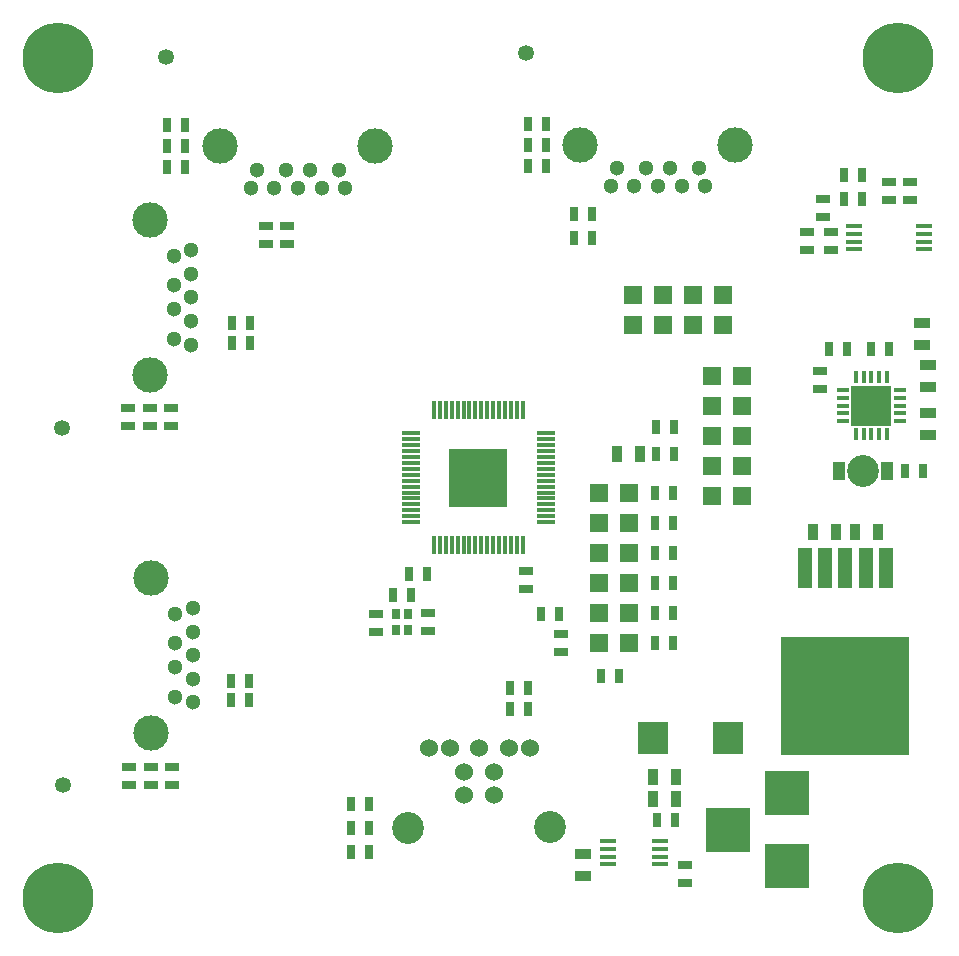
<source format=gbr>
G04 #@! TF.GenerationSoftware,KiCad,Pcbnew,(2017-08-08 revision 53204e097)-makepkg*
G04 #@! TF.CreationDate,2017-08-23T13:37:33+02:00*
G04 #@! TF.ProjectId,usbhub01a,7573626875623031612E6B696361645F,rev?*
G04 #@! TF.SameCoordinates,Original*
G04 #@! TF.FileFunction,Soldermask,Bot*
G04 #@! TF.FilePolarity,Negative*
%FSLAX46Y46*%
G04 Gerber Fmt 4.6, Leading zero omitted, Abs format (unit mm)*
G04 Created by KiCad (PCBNEW (2017-08-08 revision 53204e097)-makepkg) date 08/23/17 13:37:33*
%MOMM*%
%LPD*%
G01*
G04 APERTURE LIST*
%ADD10C,2.700000*%
%ADD11R,1.050000X1.500000*%
%ADD12R,3.810000X3.810000*%
%ADD13R,0.750000X0.850000*%
%ADD14R,5.000000X5.000000*%
%ADD15R,1.500000X0.300000*%
%ADD16R,0.300000X1.500000*%
%ADD17C,1.524000*%
%ADD18C,2.700020*%
%ADD19R,1.397000X0.889000*%
%ADD20R,0.889000X1.397000*%
%ADD21C,1.350000*%
%ADD22R,1.524000X1.524000*%
%ADD23C,6.000000*%
%ADD24R,1.143000X3.400000*%
%ADD25R,10.800080X9.999980*%
%ADD26R,1.450000X0.450000*%
%ADD27R,1.000000X0.400000*%
%ADD28R,0.400000X1.000000*%
%ADD29R,1.675000X1.675000*%
%ADD30C,1.300000*%
%ADD31C,2.999740*%
%ADD32R,1.143000X0.635000*%
%ADD33R,0.635000X1.143000*%
%ADD34R,2.550160X2.700020*%
G04 APERTURE END LIST*
D10*
X179882800Y-100990400D03*
D11*
X177882800Y-100990400D03*
X181882800Y-100990400D03*
D12*
X173431200Y-134495400D03*
X173431200Y-128295400D03*
X168431200Y-131395400D03*
D13*
X141393400Y-113167800D03*
X141393400Y-114517800D03*
X140343400Y-114517800D03*
X140343400Y-113167800D03*
D14*
X147320000Y-101600000D03*
D15*
X153020000Y-97850000D03*
X153020000Y-98350000D03*
X153020000Y-98850000D03*
X153020000Y-99350000D03*
X153020000Y-99850000D03*
X153020000Y-100350000D03*
X153020000Y-100850000D03*
X153020000Y-101350000D03*
X153020000Y-101850000D03*
X153020000Y-102350000D03*
X153020000Y-102850000D03*
X153020000Y-103350000D03*
X153020000Y-103850000D03*
X153020000Y-104350000D03*
X153020000Y-104850000D03*
X153020000Y-105350000D03*
D16*
X151070000Y-107300000D03*
X150570000Y-107300000D03*
X150070000Y-107300000D03*
X149570000Y-107300000D03*
X149070000Y-107300000D03*
X148570000Y-107300000D03*
X148070000Y-107300000D03*
X147570000Y-107300000D03*
X147070000Y-107300000D03*
X146570000Y-107300000D03*
X146070000Y-107300000D03*
X145570000Y-107300000D03*
X145070000Y-107300000D03*
X144570000Y-107300000D03*
X144070000Y-107300000D03*
X143570000Y-107300000D03*
D15*
X141620000Y-105350000D03*
X141620000Y-104850000D03*
X141620000Y-104350000D03*
X141620000Y-103850000D03*
X141620000Y-103350000D03*
X141620000Y-102850000D03*
X141620000Y-102350000D03*
X141620000Y-101850000D03*
X141620000Y-101350000D03*
X141620000Y-100850000D03*
X141620000Y-100350000D03*
X141620000Y-99850000D03*
X141620000Y-99350000D03*
X141620000Y-98850000D03*
X141620000Y-98350000D03*
X141620000Y-97850000D03*
D16*
X143570000Y-95900000D03*
X144070000Y-95900000D03*
X144570000Y-95900000D03*
X145070000Y-95900000D03*
X145570000Y-95900000D03*
X146070000Y-95900000D03*
X146570000Y-95900000D03*
X147070000Y-95900000D03*
X147570000Y-95900000D03*
X148070000Y-95900000D03*
X148570000Y-95900000D03*
X149070000Y-95900000D03*
X149570000Y-95900000D03*
X150070000Y-95900000D03*
X150570000Y-95900000D03*
X151070000Y-95900000D03*
D17*
X151666000Y-124481000D03*
X149896000Y-124481000D03*
X147396000Y-124481000D03*
X144896000Y-124481000D03*
X143166000Y-124481000D03*
X148646000Y-126481000D03*
X146146000Y-126481000D03*
X146146000Y-128481000D03*
X148646000Y-128481000D03*
D18*
X153416000Y-131191000D03*
X141396720Y-131255500D03*
D19*
X156210000Y-133413500D03*
X156210000Y-135318500D03*
D20*
X175679100Y-106172000D03*
X177584100Y-106172000D03*
X164020500Y-126898400D03*
X162115500Y-126898400D03*
X181140100Y-106197400D03*
X179235100Y-106197400D03*
D19*
X185420000Y-97980500D03*
X185420000Y-96075500D03*
X185420000Y-92011500D03*
X185420000Y-93916500D03*
D21*
X112141000Y-127648000D03*
X112109000Y-97409000D03*
X120891000Y-66005848D03*
X151384000Y-65627000D03*
D22*
X169672000Y-103124000D03*
X167132000Y-103124000D03*
X169672000Y-100584000D03*
X167132000Y-100584000D03*
X169672000Y-98044000D03*
X167132000Y-98044000D03*
X169672000Y-95504000D03*
X167132000Y-95504000D03*
X169672000Y-92964000D03*
X167132000Y-92964000D03*
D23*
X182880000Y-66040000D03*
X182880000Y-137160000D03*
X111760000Y-66040000D03*
X111760000Y-137160000D03*
D24*
X176710340Y-109270800D03*
D25*
X178409600Y-120065800D03*
D24*
X180108860Y-109270800D03*
X178409600Y-109270800D03*
X175008540Y-109270800D03*
X181810660Y-109270800D03*
D26*
X185068000Y-80305000D03*
X185068000Y-80955000D03*
X185068000Y-81605000D03*
X185068000Y-82255000D03*
X179168000Y-82255000D03*
X179168000Y-81605000D03*
X179168000Y-80955000D03*
X179168000Y-80305000D03*
D27*
X182994000Y-94204000D03*
X182994000Y-94854000D03*
X182994000Y-95504000D03*
X182994000Y-96154000D03*
X182994000Y-96804000D03*
D28*
X181894000Y-97904000D03*
X181244000Y-97904000D03*
X180594000Y-97904000D03*
X179944000Y-97904000D03*
X179294000Y-97904000D03*
D27*
X178194000Y-96804000D03*
X178194000Y-96154000D03*
X178194000Y-95504000D03*
X178194000Y-94854000D03*
X178194000Y-94204000D03*
D28*
X179294000Y-93104000D03*
X179944000Y-93104000D03*
X180594000Y-93104000D03*
X181244000Y-93104000D03*
X181894000Y-93104000D03*
D29*
X179756500Y-96341500D03*
X179756500Y-94666500D03*
X181431500Y-96341500D03*
X181431500Y-94666500D03*
D30*
X123134000Y-120620000D03*
X123134000Y-118620000D03*
X123134000Y-116620000D03*
X123134000Y-114620000D03*
X123134000Y-112620000D03*
X121634000Y-120120000D03*
D31*
X119634000Y-110050000D03*
X119634000Y-123190000D03*
D30*
X121634000Y-113120000D03*
X121634000Y-115620000D03*
X121634000Y-117620000D03*
X123032400Y-90317800D03*
X123032400Y-88317800D03*
X123032400Y-86317800D03*
X123032400Y-84317800D03*
X123032400Y-82317800D03*
X121532400Y-89817800D03*
D31*
X119532400Y-79747800D03*
X119532400Y-92887800D03*
D30*
X121532400Y-82817800D03*
X121532400Y-85317800D03*
X121532400Y-87317800D03*
X158526000Y-76906000D03*
X160526000Y-76906000D03*
X162526000Y-76906000D03*
X164526000Y-76906000D03*
X166526000Y-76906000D03*
X159026000Y-75406000D03*
D31*
X169096000Y-73406000D03*
X155956000Y-73406000D03*
D30*
X166026000Y-75406000D03*
X163526000Y-75406000D03*
X161526000Y-75406000D03*
X128046000Y-77033000D03*
X130046000Y-77033000D03*
X132046000Y-77033000D03*
X134046000Y-77033000D03*
X136046000Y-77033000D03*
X128546000Y-75533000D03*
D31*
X138616000Y-73533000D03*
X125476000Y-73533000D03*
D30*
X135546000Y-75533000D03*
X133046000Y-75533000D03*
X131046000Y-75533000D03*
D19*
X184912000Y-88455500D03*
X184912000Y-90360500D03*
D20*
X159067500Y-99568000D03*
X160972500Y-99568000D03*
D32*
X177165000Y-82296000D03*
X177165000Y-80772000D03*
X138633200Y-113131600D03*
X138633200Y-114655600D03*
D33*
X141630400Y-111506000D03*
X140106400Y-111506000D03*
D32*
X151384000Y-110998000D03*
X151384000Y-109474000D03*
X117779800Y-126060200D03*
X117779800Y-127584200D03*
D33*
X126365000Y-118795800D03*
X127889000Y-118795800D03*
X127889000Y-120396000D03*
X126365000Y-120396000D03*
D32*
X121386600Y-127635000D03*
X121386600Y-126111000D03*
D33*
X136550400Y-133248400D03*
X138074400Y-133248400D03*
X151532332Y-121158000D03*
X150008332Y-121158000D03*
X151536400Y-119380000D03*
X150012400Y-119380000D03*
X138074400Y-131216400D03*
X136550400Y-131216400D03*
X157734000Y-118364000D03*
X159258000Y-118364000D03*
D32*
X119507000Y-95732600D03*
X119507000Y-97256600D03*
D33*
X126492000Y-88519000D03*
X128016000Y-88519000D03*
X128016000Y-90170000D03*
X126492000Y-90170000D03*
D32*
X121310400Y-97256600D03*
X121310400Y-95732600D03*
D33*
X153035000Y-71628000D03*
X151511000Y-71628000D03*
X121005600Y-71755000D03*
X122529600Y-71755000D03*
X156972000Y-81280000D03*
X155448000Y-81280000D03*
X155448000Y-79248000D03*
X156972000Y-79248000D03*
X151511000Y-73406000D03*
X153035000Y-73406000D03*
D32*
X131114800Y-80264000D03*
X131114800Y-81788000D03*
X129336800Y-81788000D03*
X129336800Y-80264000D03*
D33*
X121005600Y-73533000D03*
X122529600Y-73533000D03*
X178308000Y-75946000D03*
X179832000Y-75946000D03*
D32*
X183859942Y-76524170D03*
X183859942Y-78048170D03*
D33*
X178308000Y-77978000D03*
X179832000Y-77978000D03*
D32*
X182081942Y-78048170D03*
X182081942Y-76524170D03*
X176530000Y-77978000D03*
X176530000Y-79502000D03*
X175133000Y-82296000D03*
X175133000Y-80772000D03*
D33*
X162306000Y-115570000D03*
X163830000Y-115570000D03*
X163830000Y-113030000D03*
X162306000Y-113030000D03*
X163906200Y-97282000D03*
X162382200Y-97282000D03*
X163830000Y-110490000D03*
X162306000Y-110490000D03*
X162306000Y-102870000D03*
X163830000Y-102870000D03*
D32*
X143052800Y-113080800D03*
X143052800Y-114604800D03*
D33*
X163906200Y-99593400D03*
X162382200Y-99593400D03*
X163830000Y-105410000D03*
X162306000Y-105410000D03*
X163830000Y-107950000D03*
X162306000Y-107950000D03*
X143002000Y-109728000D03*
X141478000Y-109728000D03*
X152654000Y-113131600D03*
X154178000Y-113131600D03*
D32*
X154305000Y-116332000D03*
X154305000Y-114808000D03*
D33*
X183438800Y-100990400D03*
X184962800Y-100990400D03*
D32*
X176276000Y-94107000D03*
X176276000Y-92583000D03*
D33*
X182118000Y-90678000D03*
X180594000Y-90678000D03*
X177038000Y-90678000D03*
X178562000Y-90678000D03*
D32*
X119608600Y-127609600D03*
X119608600Y-126085600D03*
D33*
X136550400Y-129184400D03*
X138074400Y-129184400D03*
D32*
X117652800Y-97231200D03*
X117652800Y-95707200D03*
D33*
X151511000Y-75184000D03*
X153035000Y-75184000D03*
X121005600Y-75311000D03*
X122529600Y-75311000D03*
D22*
X168046400Y-86156800D03*
X168046400Y-88696800D03*
X165506400Y-86156800D03*
X165506400Y-88696800D03*
X162966400Y-86156800D03*
X162966400Y-88696800D03*
X160426400Y-86156800D03*
X160426400Y-88696800D03*
X157530800Y-102870000D03*
X160070800Y-102870000D03*
X157530800Y-105410000D03*
X160070800Y-105410000D03*
X157530800Y-107950000D03*
X160070800Y-107950000D03*
X157530800Y-110490000D03*
X160070800Y-110490000D03*
X157530800Y-113030000D03*
X160070800Y-113030000D03*
X157530800Y-115570000D03*
X160070800Y-115570000D03*
D20*
X162115500Y-128778000D03*
X164020500Y-128778000D03*
D32*
X164846000Y-134366000D03*
X164846000Y-135890000D03*
D26*
X158328000Y-134325000D03*
X158328000Y-133675000D03*
X158328000Y-133025000D03*
X158328000Y-132375000D03*
X162728000Y-132375000D03*
X162728000Y-133025000D03*
X162728000Y-133675000D03*
X162728000Y-134325000D03*
D33*
X163982400Y-130556000D03*
X162458400Y-130556000D03*
D34*
X162128200Y-123647200D03*
X168478200Y-123647200D03*
M02*

</source>
